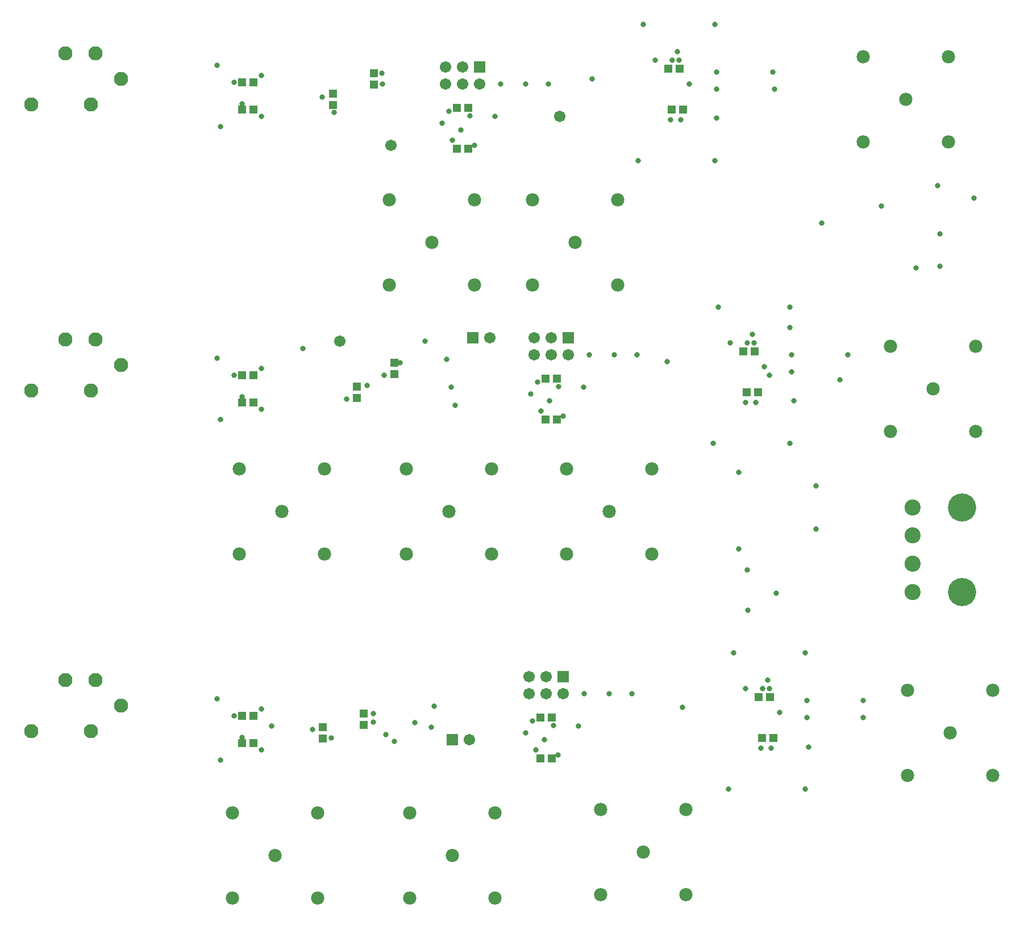
<source format=gbs>
%FSLAX24Y24*%
%MOIN*%
G70*
G01*
G75*
%ADD10R,0.0866X0.0236*%
%ADD11R,0.0409X0.0150*%
%ADD12R,0.0236X0.0866*%
%ADD13R,0.0433X0.0394*%
%ADD14R,0.0787X0.0472*%
%ADD15R,0.0866X0.0236*%
%ADD16R,0.0591X0.0512*%
%ADD17R,0.0480X0.0169*%
%ADD18O,0.0480X0.0169*%
%ADD19R,0.1024X0.1614*%
%ADD20R,0.0394X0.0236*%
%ADD21R,0.1240X0.1360*%
%ADD22R,0.0315X0.1417*%
%ADD23R,0.0709X0.0630*%
%ADD24R,0.0394X0.0433*%
%ADD25R,0.0551X0.0236*%
%ADD26O,0.0409X0.0150*%
%ADD27R,0.0630X0.0709*%
%ADD28R,0.0512X0.0591*%
%ADD29R,0.0610X0.0236*%
%ADD30R,0.0150X0.0409*%
%ADD31O,0.0150X0.0409*%
%ADD32C,0.0160*%
%ADD33C,0.0100*%
%ADD34C,0.0300*%
%ADD35C,0.0200*%
%ADD36C,0.0120*%
%ADD37C,0.0591*%
%ADD38R,0.0591X0.0591*%
%ADD39C,0.0750*%
%ADD40C,0.0700*%
%ADD41C,0.0866*%
%ADD42C,0.1575*%
%ADD43C,0.0591*%
%ADD44C,0.0250*%
%ADD45C,0.0080*%
%ADD46C,0.0098*%
%ADD47C,0.0079*%
%ADD48C,0.0070*%
%ADD49C,0.0039*%
%ADD50C,0.0020*%
%ADD51R,0.0197X0.0079*%
%ADD52R,0.0157X0.0197*%
%ADD53R,0.0079X0.0197*%
%ADD54R,0.0197X0.0079*%
%ADD55R,0.0197X0.0157*%
%ADD56R,0.0946X0.0316*%
%ADD57R,0.0489X0.0230*%
%ADD58R,0.0316X0.0946*%
%ADD59R,0.0513X0.0474*%
%ADD60R,0.0867X0.0552*%
%ADD61R,0.0946X0.0316*%
%ADD62R,0.0671X0.0592*%
%ADD63R,0.0560X0.0249*%
%ADD64O,0.0560X0.0249*%
%ADD65R,0.1104X0.1694*%
%ADD66R,0.0474X0.0316*%
%ADD67R,0.1320X0.1440*%
%ADD68R,0.0395X0.1497*%
%ADD69R,0.0789X0.0710*%
%ADD70R,0.0474X0.0513*%
%ADD71R,0.0631X0.0316*%
%ADD72O,0.0489X0.0230*%
%ADD73R,0.0710X0.0789*%
%ADD74R,0.0592X0.0671*%
%ADD75R,0.0690X0.0316*%
%ADD76R,0.0230X0.0489*%
%ADD77O,0.0230X0.0489*%
%ADD78C,0.0671*%
%ADD79R,0.0671X0.0671*%
%ADD80C,0.0830*%
%ADD81C,0.0780*%
%ADD82C,0.0946*%
%ADD83C,0.1655*%
%ADD84C,0.0671*%
%ADD85C,0.0330*%
D59*
X63935Y65000D02*
D03*
X63265D02*
D03*
X63465Y62600D02*
D03*
X64135D02*
D03*
X52335Y61000D02*
D03*
X51665D02*
D03*
X52335Y63400D02*
D03*
X51665D02*
D03*
X34535Y63600D02*
D03*
X33865D02*
D03*
X34535Y62000D02*
D03*
X33865D02*
D03*
X34535Y43600D02*
D03*
X33865D02*
D03*
X34535Y42000D02*
D03*
X33865D02*
D03*
Y79200D02*
D03*
X34535D02*
D03*
X33865Y80800D02*
D03*
X34535D02*
D03*
X47135Y79300D02*
D03*
X46465D02*
D03*
Y76900D02*
D03*
X47135D02*
D03*
X52035Y43500D02*
D03*
X51365D02*
D03*
Y41100D02*
D03*
X52035D02*
D03*
X59735Y79200D02*
D03*
X59065D02*
D03*
X59535Y81600D02*
D03*
X58865D02*
D03*
X65035Y42300D02*
D03*
X64365D02*
D03*
X64835Y44700D02*
D03*
X64165D02*
D03*
D70*
X40600Y62935D02*
D03*
Y62265D02*
D03*
X42800Y64335D02*
D03*
Y63665D02*
D03*
X41000Y43735D02*
D03*
Y43065D02*
D03*
X38600Y42935D02*
D03*
Y42265D02*
D03*
X41600Y81335D02*
D03*
Y80665D02*
D03*
X39200Y80135D02*
D03*
Y79465D02*
D03*
D78*
X51000Y64800D02*
D03*
Y65800D02*
D03*
X52000Y64800D02*
D03*
Y65800D02*
D03*
X53000Y64800D02*
D03*
X47200Y42200D02*
D03*
X48400Y65800D02*
D03*
X50700Y44900D02*
D03*
X51700D02*
D03*
X52700D02*
D03*
X45800Y80700D02*
D03*
X46800D02*
D03*
X47800D02*
D03*
X50700Y45900D02*
D03*
X51700D02*
D03*
X45800Y81700D02*
D03*
X46800D02*
D03*
D79*
X53000Y65800D02*
D03*
X46200Y42200D02*
D03*
X47400Y65800D02*
D03*
X52700Y45900D02*
D03*
X47800Y81700D02*
D03*
D80*
X25000Y62700D02*
D03*
X25250Y65700D02*
D03*
X26750Y64200D02*
D03*
X21500Y62700D02*
D03*
X23500Y65700D02*
D03*
X25000Y42700D02*
D03*
X25250Y45700D02*
D03*
X26750Y44200D02*
D03*
X21500Y42700D02*
D03*
X23500Y45700D02*
D03*
X25000Y79500D02*
D03*
X25250Y82500D02*
D03*
X26750Y81000D02*
D03*
X21500Y79500D02*
D03*
X23500Y82500D02*
D03*
D81*
X57900Y58100D02*
D03*
X52900D02*
D03*
Y53100D02*
D03*
X57900D02*
D03*
X55400Y55600D02*
D03*
X48500Y58100D02*
D03*
X43500D02*
D03*
Y53100D02*
D03*
X48500D02*
D03*
X46000Y55600D02*
D03*
X38700Y58100D02*
D03*
X33700D02*
D03*
Y53100D02*
D03*
X38700D02*
D03*
X36200Y55600D02*
D03*
X77900Y45100D02*
D03*
X72900D02*
D03*
Y40100D02*
D03*
X77900D02*
D03*
X75400Y42600D02*
D03*
X59900Y38100D02*
D03*
X54900D02*
D03*
Y33100D02*
D03*
X59900D02*
D03*
X57400Y35600D02*
D03*
X38300Y37900D02*
D03*
X33300D02*
D03*
Y32900D02*
D03*
X38300D02*
D03*
X35800Y35400D02*
D03*
X48700Y37900D02*
D03*
X43700D02*
D03*
Y32900D02*
D03*
X48700D02*
D03*
X46200Y35400D02*
D03*
X75300Y82300D02*
D03*
X70300D02*
D03*
Y77300D02*
D03*
X75300D02*
D03*
X72800Y79800D02*
D03*
X55900Y73900D02*
D03*
X50900D02*
D03*
Y68900D02*
D03*
X55900D02*
D03*
X53400Y71400D02*
D03*
X47500Y73900D02*
D03*
X42500D02*
D03*
Y68900D02*
D03*
X47500D02*
D03*
X45000Y71400D02*
D03*
X74400Y62800D02*
D03*
X76900Y60300D02*
D03*
X71900D02*
D03*
Y65300D02*
D03*
X76900D02*
D03*
D82*
X73200Y54200D02*
D03*
Y55854D02*
D03*
Y52546D02*
D03*
Y50893D02*
D03*
D83*
X76074Y55854D02*
D03*
Y50893D02*
D03*
D84*
X39600Y65600D02*
D03*
X42600Y77100D02*
D03*
X52500Y78800D02*
D03*
D85*
X66000Y67600D02*
D03*
X61800D02*
D03*
X61500Y59600D02*
D03*
X66000D02*
D03*
X64000Y62000D02*
D03*
X66100Y63800D02*
D03*
Y64800D02*
D03*
X63900Y65500D02*
D03*
X64500Y64100D02*
D03*
X63800Y66000D02*
D03*
X62500Y65500D02*
D03*
X69400Y64800D02*
D03*
X63500Y65500D02*
D03*
X58800Y64400D02*
D03*
X51900Y62100D02*
D03*
X53900Y62900D02*
D03*
X63400Y62000D02*
D03*
X50800Y62500D02*
D03*
X54226Y64826D02*
D03*
X55674D02*
D03*
X57026D02*
D03*
X51400Y61500D02*
D03*
X52700Y61200D02*
D03*
X51200Y63200D02*
D03*
X52432Y62931D02*
D03*
X44600Y65600D02*
D03*
X45856Y64544D02*
D03*
X46112Y62912D02*
D03*
X46368Y61832D02*
D03*
X43135Y64335D02*
D03*
X42200Y63600D02*
D03*
X40000Y62200D02*
D03*
X41200Y63000D02*
D03*
X33400Y63600D02*
D03*
X33865Y62335D02*
D03*
X32400Y64600D02*
D03*
X32600Y61000D02*
D03*
X35000Y64000D02*
D03*
Y61600D02*
D03*
X33400Y43600D02*
D03*
X33865Y42335D02*
D03*
X32400Y44600D02*
D03*
X32600Y41000D02*
D03*
X35000Y44000D02*
D03*
Y41600D02*
D03*
X33400Y80800D02*
D03*
X32400Y81800D02*
D03*
X35000Y81200D02*
D03*
X32600Y78200D02*
D03*
X33865Y79535D02*
D03*
X35000Y78800D02*
D03*
X37426Y65174D02*
D03*
X44000Y43200D02*
D03*
X42300Y42500D02*
D03*
X42800Y42100D02*
D03*
X44956Y42944D02*
D03*
X39100Y42300D02*
D03*
X38000Y42800D02*
D03*
X41550Y43250D02*
D03*
X41565Y43735D02*
D03*
X45126Y44174D02*
D03*
X46000Y79100D02*
D03*
X47231Y78832D02*
D03*
X46200Y77400D02*
D03*
X47500Y77100D02*
D03*
X49026Y80726D02*
D03*
X50474D02*
D03*
X51826D02*
D03*
X45600Y78400D02*
D03*
X46700Y78000D02*
D03*
X48700Y78800D02*
D03*
X50900Y43300D02*
D03*
X52132Y43032D02*
D03*
X51100Y41600D02*
D03*
X52400Y41300D02*
D03*
X53926Y44926D02*
D03*
X55374D02*
D03*
X56726D02*
D03*
X50500Y42600D02*
D03*
X51600Y42200D02*
D03*
X53600Y43000D02*
D03*
X58100Y82100D02*
D03*
X59400Y82600D02*
D03*
X61700Y80400D02*
D03*
Y81400D02*
D03*
X59000Y78600D02*
D03*
X54400Y81000D02*
D03*
X65000Y81400D02*
D03*
X61600Y76200D02*
D03*
X57100D02*
D03*
X61600Y84200D02*
D03*
X57400D02*
D03*
X60100Y80700D02*
D03*
X59500Y82100D02*
D03*
X59100Y82100D02*
D03*
X59600Y78600D02*
D03*
X63400Y45200D02*
D03*
X64700Y45700D02*
D03*
X67000Y43500D02*
D03*
Y44500D02*
D03*
X64300Y41700D02*
D03*
X59700Y44100D02*
D03*
X70300Y44500D02*
D03*
X66900Y39300D02*
D03*
X62400D02*
D03*
X66900Y47300D02*
D03*
X62700D02*
D03*
X65400Y43800D02*
D03*
X64800Y45200D02*
D03*
X64400Y45200D02*
D03*
X64900Y41700D02*
D03*
X67089Y41789D02*
D03*
X35600Y43000D02*
D03*
X39248Y79048D02*
D03*
X38550Y79950D02*
D03*
X42100Y80700D02*
D03*
X42065Y81335D02*
D03*
X61700Y78700D02*
D03*
X63519Y49819D02*
D03*
X65200Y50800D02*
D03*
X63481Y52181D02*
D03*
X63000Y53400D02*
D03*
Y57900D02*
D03*
X67510Y57110D02*
D03*
Y54590D02*
D03*
X74800Y71900D02*
D03*
Y70000D02*
D03*
X73400Y69900D02*
D03*
X71350Y73550D02*
D03*
X67850Y72550D02*
D03*
X64800Y63600D02*
D03*
X66000Y66400D02*
D03*
X70300Y43500D02*
D03*
X68935Y63335D02*
D03*
X65100Y80400D02*
D03*
X76800Y74000D02*
D03*
X74648Y74748D02*
D03*
X66215Y62115D02*
D03*
M02*

</source>
